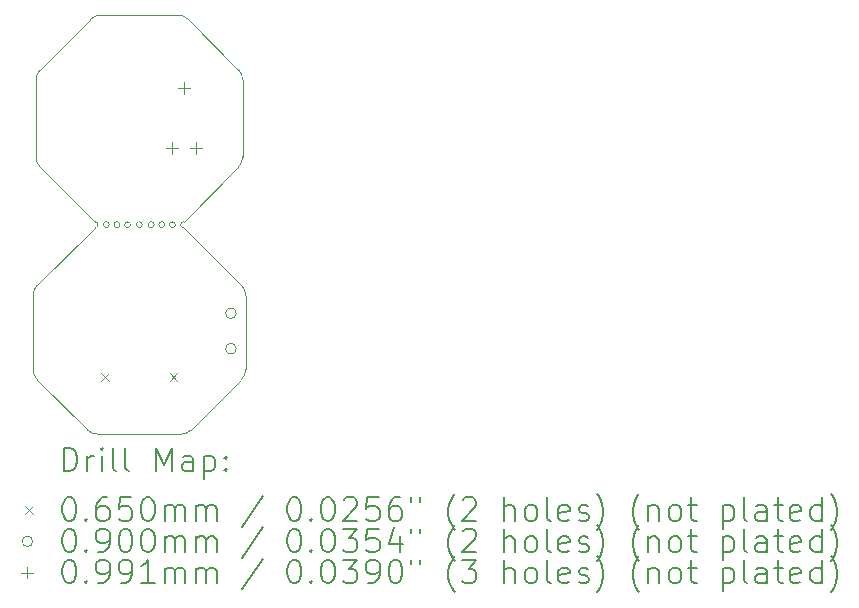
<source format=gbr>
%TF.GenerationSoftware,KiCad,Pcbnew,8.0.9-8.0.9-0~ubuntu20.04.1*%
%TF.CreationDate,2025-06-13T22:30:41+01:00*%
%TF.ProjectId,ch32-breakout,63683332-2d62-4726-9561-6b6f75742e6b,rev?*%
%TF.SameCoordinates,Original*%
%TF.FileFunction,Drillmap*%
%TF.FilePolarity,Positive*%
%FSLAX45Y45*%
G04 Gerber Fmt 4.5, Leading zero omitted, Abs format (unit mm)*
G04 Created by KiCad (PCBNEW 8.0.9-8.0.9-0~ubuntu20.04.1) date 2025-06-13 22:30:41*
%MOMM*%
%LPD*%
G01*
G04 APERTURE LIST*
%ADD10C,0.050000*%
%ADD11C,0.200000*%
%ADD12C,0.100000*%
G04 APERTURE END LIST*
D10*
X9775000Y-6625000D02*
X9775000Y-7275000D01*
X9313388Y-6111612D02*
X9738389Y-6536611D01*
X9800000Y-9075000D02*
X9800000Y-8450000D01*
X9775000Y-7275000D02*
G75*
G02*
X9738389Y-7363388I-125000J0D01*
G01*
X9763389Y-8361611D02*
G75*
G02*
X9800000Y-8450000I-88389J-88389D01*
G01*
X9763389Y-9163388D02*
X9338389Y-9588389D01*
X8825000Y-7850000D02*
G75*
G02*
X8775000Y-7850000I-25000J0D01*
G01*
X8775000Y-7850000D02*
G75*
G02*
X8825000Y-7850000I25000J0D01*
G01*
X8461612Y-9588388D02*
X8036611Y-9163389D01*
X8486612Y-6111611D02*
G75*
G02*
X8575000Y-6075000I88389J-88389D01*
G01*
X8025000Y-6625000D02*
G75*
G02*
X8061612Y-6536612I125000J0D01*
G01*
X8061612Y-6536612D02*
X8486612Y-6111611D01*
X8525000Y-7825000D02*
G75*
G02*
X8525000Y-7875000I0J-25000D01*
G01*
X9275000Y-7875000D02*
G75*
G02*
X9275000Y-7825000I0J25000D01*
G01*
X8025000Y-7275000D02*
X8025000Y-6625000D01*
X8036611Y-9163389D02*
G75*
G02*
X8000000Y-9075000I88389J88389D01*
G01*
X9738389Y-6536611D02*
G75*
G02*
X9775000Y-6625000I-88389J-88389D01*
G01*
X8061611Y-7363388D02*
G75*
G02*
X8025000Y-7275000I88389J88389D01*
G01*
X9205000Y-7850000D02*
G75*
G02*
X9155000Y-7850000I-25000J0D01*
G01*
X9155000Y-7850000D02*
G75*
G02*
X9205000Y-7850000I25000J0D01*
G01*
X8036611Y-8361611D02*
X8525000Y-7875000D01*
X8735000Y-7850000D02*
G75*
G02*
X8685000Y-7850000I-25000J0D01*
G01*
X8685000Y-7850000D02*
G75*
G02*
X8735000Y-7850000I25000J0D01*
G01*
X8550000Y-9625000D02*
X9250000Y-9625000D01*
X9115000Y-7850000D02*
G75*
G02*
X9065000Y-7850000I-25000J0D01*
G01*
X9065000Y-7850000D02*
G75*
G02*
X9115000Y-7850000I25000J0D01*
G01*
X8000000Y-8450000D02*
X8000000Y-9075000D01*
X8000000Y-8450000D02*
G75*
G02*
X8036611Y-8361611I125000J0D01*
G01*
X8575000Y-6075000D02*
X9225000Y-6075000D01*
X9738389Y-7363388D02*
X9275000Y-7825000D01*
X9225000Y-6075000D02*
G75*
G02*
X9313388Y-6111612I0J-125000D01*
G01*
X8525000Y-7825000D02*
X8061611Y-7363388D01*
X9025000Y-7850000D02*
G75*
G02*
X8975000Y-7850000I-25000J0D01*
G01*
X8975000Y-7850000D02*
G75*
G02*
X9025000Y-7850000I25000J0D01*
G01*
X9338389Y-9588389D02*
G75*
G02*
X9250000Y-9625000I-88389J88389D01*
G01*
X9800000Y-9075000D02*
G75*
G02*
X9763389Y-9163388I-125000J0D01*
G01*
X9763389Y-8361611D02*
X9275000Y-7875000D01*
X8925000Y-7850000D02*
G75*
G02*
X8875000Y-7850000I-25000J0D01*
G01*
X8875000Y-7850000D02*
G75*
G02*
X8925000Y-7850000I25000J0D01*
G01*
X8645000Y-7850000D02*
G75*
G02*
X8595000Y-7850000I-25000J0D01*
G01*
X8595000Y-7850000D02*
G75*
G02*
X8645000Y-7850000I25000J0D01*
G01*
X8550000Y-9625000D02*
G75*
G02*
X8461612Y-9588388I0J125000D01*
G01*
D11*
D12*
X8578500Y-9107000D02*
X8643500Y-9172000D01*
X8643500Y-9107000D02*
X8578500Y-9172000D01*
X9156500Y-9107000D02*
X9221500Y-9172000D01*
X9221500Y-9107000D02*
X9156500Y-9172000D01*
X9720000Y-8600000D02*
G75*
G02*
X9630000Y-8600000I-45000J0D01*
G01*
X9630000Y-8600000D02*
G75*
G02*
X9720000Y-8600000I45000J0D01*
G01*
X9720000Y-8900000D02*
G75*
G02*
X9630000Y-8900000I-45000J0D01*
G01*
X9630000Y-8900000D02*
G75*
G02*
X9720000Y-8900000I45000J0D01*
G01*
X9175000Y-7154470D02*
X9175000Y-7253530D01*
X9125470Y-7204000D02*
X9224530Y-7204000D01*
X9276600Y-6646470D02*
X9276600Y-6745530D01*
X9227070Y-6696000D02*
X9326130Y-6696000D01*
X9378200Y-7154470D02*
X9378200Y-7253530D01*
X9328670Y-7204000D02*
X9427730Y-7204000D01*
D11*
X8258277Y-9938984D02*
X8258277Y-9738984D01*
X8258277Y-9738984D02*
X8305896Y-9738984D01*
X8305896Y-9738984D02*
X8334467Y-9748508D01*
X8334467Y-9748508D02*
X8353515Y-9767555D01*
X8353515Y-9767555D02*
X8363038Y-9786603D01*
X8363038Y-9786603D02*
X8372562Y-9824698D01*
X8372562Y-9824698D02*
X8372562Y-9853270D01*
X8372562Y-9853270D02*
X8363038Y-9891365D01*
X8363038Y-9891365D02*
X8353515Y-9910413D01*
X8353515Y-9910413D02*
X8334467Y-9929460D01*
X8334467Y-9929460D02*
X8305896Y-9938984D01*
X8305896Y-9938984D02*
X8258277Y-9938984D01*
X8458277Y-9938984D02*
X8458277Y-9805651D01*
X8458277Y-9843746D02*
X8467800Y-9824698D01*
X8467800Y-9824698D02*
X8477324Y-9815174D01*
X8477324Y-9815174D02*
X8496372Y-9805651D01*
X8496372Y-9805651D02*
X8515420Y-9805651D01*
X8582086Y-9938984D02*
X8582086Y-9805651D01*
X8582086Y-9738984D02*
X8572562Y-9748508D01*
X8572562Y-9748508D02*
X8582086Y-9758032D01*
X8582086Y-9758032D02*
X8591610Y-9748508D01*
X8591610Y-9748508D02*
X8582086Y-9738984D01*
X8582086Y-9738984D02*
X8582086Y-9758032D01*
X8705896Y-9938984D02*
X8686848Y-9929460D01*
X8686848Y-9929460D02*
X8677324Y-9910413D01*
X8677324Y-9910413D02*
X8677324Y-9738984D01*
X8810658Y-9938984D02*
X8791610Y-9929460D01*
X8791610Y-9929460D02*
X8782086Y-9910413D01*
X8782086Y-9910413D02*
X8782086Y-9738984D01*
X9039229Y-9938984D02*
X9039229Y-9738984D01*
X9039229Y-9738984D02*
X9105896Y-9881841D01*
X9105896Y-9881841D02*
X9172562Y-9738984D01*
X9172562Y-9738984D02*
X9172562Y-9938984D01*
X9353515Y-9938984D02*
X9353515Y-9834222D01*
X9353515Y-9834222D02*
X9343991Y-9815174D01*
X9343991Y-9815174D02*
X9324943Y-9805651D01*
X9324943Y-9805651D02*
X9286848Y-9805651D01*
X9286848Y-9805651D02*
X9267800Y-9815174D01*
X9353515Y-9929460D02*
X9334467Y-9938984D01*
X9334467Y-9938984D02*
X9286848Y-9938984D01*
X9286848Y-9938984D02*
X9267800Y-9929460D01*
X9267800Y-9929460D02*
X9258277Y-9910413D01*
X9258277Y-9910413D02*
X9258277Y-9891365D01*
X9258277Y-9891365D02*
X9267800Y-9872317D01*
X9267800Y-9872317D02*
X9286848Y-9862794D01*
X9286848Y-9862794D02*
X9334467Y-9862794D01*
X9334467Y-9862794D02*
X9353515Y-9853270D01*
X9448753Y-9805651D02*
X9448753Y-10005651D01*
X9448753Y-9815174D02*
X9467800Y-9805651D01*
X9467800Y-9805651D02*
X9505896Y-9805651D01*
X9505896Y-9805651D02*
X9524943Y-9815174D01*
X9524943Y-9815174D02*
X9534467Y-9824698D01*
X9534467Y-9824698D02*
X9543991Y-9843746D01*
X9543991Y-9843746D02*
X9543991Y-9900889D01*
X9543991Y-9900889D02*
X9534467Y-9919936D01*
X9534467Y-9919936D02*
X9524943Y-9929460D01*
X9524943Y-9929460D02*
X9505896Y-9938984D01*
X9505896Y-9938984D02*
X9467800Y-9938984D01*
X9467800Y-9938984D02*
X9448753Y-9929460D01*
X9629705Y-9919936D02*
X9639229Y-9929460D01*
X9639229Y-9929460D02*
X9629705Y-9938984D01*
X9629705Y-9938984D02*
X9620181Y-9929460D01*
X9620181Y-9929460D02*
X9629705Y-9919936D01*
X9629705Y-9919936D02*
X9629705Y-9938984D01*
X9629705Y-9815174D02*
X9639229Y-9824698D01*
X9639229Y-9824698D02*
X9629705Y-9834222D01*
X9629705Y-9834222D02*
X9620181Y-9824698D01*
X9620181Y-9824698D02*
X9629705Y-9815174D01*
X9629705Y-9815174D02*
X9629705Y-9834222D01*
D12*
X7932500Y-10235000D02*
X7997500Y-10300000D01*
X7997500Y-10235000D02*
X7932500Y-10300000D01*
D11*
X8296372Y-10158984D02*
X8315419Y-10158984D01*
X8315419Y-10158984D02*
X8334467Y-10168508D01*
X8334467Y-10168508D02*
X8343991Y-10178032D01*
X8343991Y-10178032D02*
X8353515Y-10197079D01*
X8353515Y-10197079D02*
X8363038Y-10235174D01*
X8363038Y-10235174D02*
X8363038Y-10282794D01*
X8363038Y-10282794D02*
X8353515Y-10320889D01*
X8353515Y-10320889D02*
X8343991Y-10339936D01*
X8343991Y-10339936D02*
X8334467Y-10349460D01*
X8334467Y-10349460D02*
X8315419Y-10358984D01*
X8315419Y-10358984D02*
X8296372Y-10358984D01*
X8296372Y-10358984D02*
X8277324Y-10349460D01*
X8277324Y-10349460D02*
X8267800Y-10339936D01*
X8267800Y-10339936D02*
X8258277Y-10320889D01*
X8258277Y-10320889D02*
X8248753Y-10282794D01*
X8248753Y-10282794D02*
X8248753Y-10235174D01*
X8248753Y-10235174D02*
X8258277Y-10197079D01*
X8258277Y-10197079D02*
X8267800Y-10178032D01*
X8267800Y-10178032D02*
X8277324Y-10168508D01*
X8277324Y-10168508D02*
X8296372Y-10158984D01*
X8448753Y-10339936D02*
X8458277Y-10349460D01*
X8458277Y-10349460D02*
X8448753Y-10358984D01*
X8448753Y-10358984D02*
X8439229Y-10349460D01*
X8439229Y-10349460D02*
X8448753Y-10339936D01*
X8448753Y-10339936D02*
X8448753Y-10358984D01*
X8629705Y-10158984D02*
X8591610Y-10158984D01*
X8591610Y-10158984D02*
X8572562Y-10168508D01*
X8572562Y-10168508D02*
X8563039Y-10178032D01*
X8563039Y-10178032D02*
X8543991Y-10206603D01*
X8543991Y-10206603D02*
X8534467Y-10244698D01*
X8534467Y-10244698D02*
X8534467Y-10320889D01*
X8534467Y-10320889D02*
X8543991Y-10339936D01*
X8543991Y-10339936D02*
X8553515Y-10349460D01*
X8553515Y-10349460D02*
X8572562Y-10358984D01*
X8572562Y-10358984D02*
X8610658Y-10358984D01*
X8610658Y-10358984D02*
X8629705Y-10349460D01*
X8629705Y-10349460D02*
X8639229Y-10339936D01*
X8639229Y-10339936D02*
X8648753Y-10320889D01*
X8648753Y-10320889D02*
X8648753Y-10273270D01*
X8648753Y-10273270D02*
X8639229Y-10254222D01*
X8639229Y-10254222D02*
X8629705Y-10244698D01*
X8629705Y-10244698D02*
X8610658Y-10235174D01*
X8610658Y-10235174D02*
X8572562Y-10235174D01*
X8572562Y-10235174D02*
X8553515Y-10244698D01*
X8553515Y-10244698D02*
X8543991Y-10254222D01*
X8543991Y-10254222D02*
X8534467Y-10273270D01*
X8829705Y-10158984D02*
X8734467Y-10158984D01*
X8734467Y-10158984D02*
X8724943Y-10254222D01*
X8724943Y-10254222D02*
X8734467Y-10244698D01*
X8734467Y-10244698D02*
X8753515Y-10235174D01*
X8753515Y-10235174D02*
X8801134Y-10235174D01*
X8801134Y-10235174D02*
X8820181Y-10244698D01*
X8820181Y-10244698D02*
X8829705Y-10254222D01*
X8829705Y-10254222D02*
X8839229Y-10273270D01*
X8839229Y-10273270D02*
X8839229Y-10320889D01*
X8839229Y-10320889D02*
X8829705Y-10339936D01*
X8829705Y-10339936D02*
X8820181Y-10349460D01*
X8820181Y-10349460D02*
X8801134Y-10358984D01*
X8801134Y-10358984D02*
X8753515Y-10358984D01*
X8753515Y-10358984D02*
X8734467Y-10349460D01*
X8734467Y-10349460D02*
X8724943Y-10339936D01*
X8963039Y-10158984D02*
X8982086Y-10158984D01*
X8982086Y-10158984D02*
X9001134Y-10168508D01*
X9001134Y-10168508D02*
X9010658Y-10178032D01*
X9010658Y-10178032D02*
X9020181Y-10197079D01*
X9020181Y-10197079D02*
X9029705Y-10235174D01*
X9029705Y-10235174D02*
X9029705Y-10282794D01*
X9029705Y-10282794D02*
X9020181Y-10320889D01*
X9020181Y-10320889D02*
X9010658Y-10339936D01*
X9010658Y-10339936D02*
X9001134Y-10349460D01*
X9001134Y-10349460D02*
X8982086Y-10358984D01*
X8982086Y-10358984D02*
X8963039Y-10358984D01*
X8963039Y-10358984D02*
X8943991Y-10349460D01*
X8943991Y-10349460D02*
X8934467Y-10339936D01*
X8934467Y-10339936D02*
X8924943Y-10320889D01*
X8924943Y-10320889D02*
X8915420Y-10282794D01*
X8915420Y-10282794D02*
X8915420Y-10235174D01*
X8915420Y-10235174D02*
X8924943Y-10197079D01*
X8924943Y-10197079D02*
X8934467Y-10178032D01*
X8934467Y-10178032D02*
X8943991Y-10168508D01*
X8943991Y-10168508D02*
X8963039Y-10158984D01*
X9115420Y-10358984D02*
X9115420Y-10225651D01*
X9115420Y-10244698D02*
X9124943Y-10235174D01*
X9124943Y-10235174D02*
X9143991Y-10225651D01*
X9143991Y-10225651D02*
X9172562Y-10225651D01*
X9172562Y-10225651D02*
X9191610Y-10235174D01*
X9191610Y-10235174D02*
X9201134Y-10254222D01*
X9201134Y-10254222D02*
X9201134Y-10358984D01*
X9201134Y-10254222D02*
X9210658Y-10235174D01*
X9210658Y-10235174D02*
X9229705Y-10225651D01*
X9229705Y-10225651D02*
X9258277Y-10225651D01*
X9258277Y-10225651D02*
X9277324Y-10235174D01*
X9277324Y-10235174D02*
X9286848Y-10254222D01*
X9286848Y-10254222D02*
X9286848Y-10358984D01*
X9382086Y-10358984D02*
X9382086Y-10225651D01*
X9382086Y-10244698D02*
X9391610Y-10235174D01*
X9391610Y-10235174D02*
X9410658Y-10225651D01*
X9410658Y-10225651D02*
X9439229Y-10225651D01*
X9439229Y-10225651D02*
X9458277Y-10235174D01*
X9458277Y-10235174D02*
X9467801Y-10254222D01*
X9467801Y-10254222D02*
X9467801Y-10358984D01*
X9467801Y-10254222D02*
X9477324Y-10235174D01*
X9477324Y-10235174D02*
X9496372Y-10225651D01*
X9496372Y-10225651D02*
X9524943Y-10225651D01*
X9524943Y-10225651D02*
X9543991Y-10235174D01*
X9543991Y-10235174D02*
X9553515Y-10254222D01*
X9553515Y-10254222D02*
X9553515Y-10358984D01*
X9943991Y-10149460D02*
X9772563Y-10406603D01*
X10201134Y-10158984D02*
X10220182Y-10158984D01*
X10220182Y-10158984D02*
X10239229Y-10168508D01*
X10239229Y-10168508D02*
X10248753Y-10178032D01*
X10248753Y-10178032D02*
X10258277Y-10197079D01*
X10258277Y-10197079D02*
X10267801Y-10235174D01*
X10267801Y-10235174D02*
X10267801Y-10282794D01*
X10267801Y-10282794D02*
X10258277Y-10320889D01*
X10258277Y-10320889D02*
X10248753Y-10339936D01*
X10248753Y-10339936D02*
X10239229Y-10349460D01*
X10239229Y-10349460D02*
X10220182Y-10358984D01*
X10220182Y-10358984D02*
X10201134Y-10358984D01*
X10201134Y-10358984D02*
X10182086Y-10349460D01*
X10182086Y-10349460D02*
X10172563Y-10339936D01*
X10172563Y-10339936D02*
X10163039Y-10320889D01*
X10163039Y-10320889D02*
X10153515Y-10282794D01*
X10153515Y-10282794D02*
X10153515Y-10235174D01*
X10153515Y-10235174D02*
X10163039Y-10197079D01*
X10163039Y-10197079D02*
X10172563Y-10178032D01*
X10172563Y-10178032D02*
X10182086Y-10168508D01*
X10182086Y-10168508D02*
X10201134Y-10158984D01*
X10353515Y-10339936D02*
X10363039Y-10349460D01*
X10363039Y-10349460D02*
X10353515Y-10358984D01*
X10353515Y-10358984D02*
X10343991Y-10349460D01*
X10343991Y-10349460D02*
X10353515Y-10339936D01*
X10353515Y-10339936D02*
X10353515Y-10358984D01*
X10486848Y-10158984D02*
X10505896Y-10158984D01*
X10505896Y-10158984D02*
X10524944Y-10168508D01*
X10524944Y-10168508D02*
X10534467Y-10178032D01*
X10534467Y-10178032D02*
X10543991Y-10197079D01*
X10543991Y-10197079D02*
X10553515Y-10235174D01*
X10553515Y-10235174D02*
X10553515Y-10282794D01*
X10553515Y-10282794D02*
X10543991Y-10320889D01*
X10543991Y-10320889D02*
X10534467Y-10339936D01*
X10534467Y-10339936D02*
X10524944Y-10349460D01*
X10524944Y-10349460D02*
X10505896Y-10358984D01*
X10505896Y-10358984D02*
X10486848Y-10358984D01*
X10486848Y-10358984D02*
X10467801Y-10349460D01*
X10467801Y-10349460D02*
X10458277Y-10339936D01*
X10458277Y-10339936D02*
X10448753Y-10320889D01*
X10448753Y-10320889D02*
X10439229Y-10282794D01*
X10439229Y-10282794D02*
X10439229Y-10235174D01*
X10439229Y-10235174D02*
X10448753Y-10197079D01*
X10448753Y-10197079D02*
X10458277Y-10178032D01*
X10458277Y-10178032D02*
X10467801Y-10168508D01*
X10467801Y-10168508D02*
X10486848Y-10158984D01*
X10629705Y-10178032D02*
X10639229Y-10168508D01*
X10639229Y-10168508D02*
X10658277Y-10158984D01*
X10658277Y-10158984D02*
X10705896Y-10158984D01*
X10705896Y-10158984D02*
X10724944Y-10168508D01*
X10724944Y-10168508D02*
X10734467Y-10178032D01*
X10734467Y-10178032D02*
X10743991Y-10197079D01*
X10743991Y-10197079D02*
X10743991Y-10216127D01*
X10743991Y-10216127D02*
X10734467Y-10244698D01*
X10734467Y-10244698D02*
X10620182Y-10358984D01*
X10620182Y-10358984D02*
X10743991Y-10358984D01*
X10924944Y-10158984D02*
X10829705Y-10158984D01*
X10829705Y-10158984D02*
X10820182Y-10254222D01*
X10820182Y-10254222D02*
X10829705Y-10244698D01*
X10829705Y-10244698D02*
X10848753Y-10235174D01*
X10848753Y-10235174D02*
X10896372Y-10235174D01*
X10896372Y-10235174D02*
X10915420Y-10244698D01*
X10915420Y-10244698D02*
X10924944Y-10254222D01*
X10924944Y-10254222D02*
X10934467Y-10273270D01*
X10934467Y-10273270D02*
X10934467Y-10320889D01*
X10934467Y-10320889D02*
X10924944Y-10339936D01*
X10924944Y-10339936D02*
X10915420Y-10349460D01*
X10915420Y-10349460D02*
X10896372Y-10358984D01*
X10896372Y-10358984D02*
X10848753Y-10358984D01*
X10848753Y-10358984D02*
X10829705Y-10349460D01*
X10829705Y-10349460D02*
X10820182Y-10339936D01*
X11105896Y-10158984D02*
X11067801Y-10158984D01*
X11067801Y-10158984D02*
X11048753Y-10168508D01*
X11048753Y-10168508D02*
X11039229Y-10178032D01*
X11039229Y-10178032D02*
X11020182Y-10206603D01*
X11020182Y-10206603D02*
X11010658Y-10244698D01*
X11010658Y-10244698D02*
X11010658Y-10320889D01*
X11010658Y-10320889D02*
X11020182Y-10339936D01*
X11020182Y-10339936D02*
X11029705Y-10349460D01*
X11029705Y-10349460D02*
X11048753Y-10358984D01*
X11048753Y-10358984D02*
X11086848Y-10358984D01*
X11086848Y-10358984D02*
X11105896Y-10349460D01*
X11105896Y-10349460D02*
X11115420Y-10339936D01*
X11115420Y-10339936D02*
X11124944Y-10320889D01*
X11124944Y-10320889D02*
X11124944Y-10273270D01*
X11124944Y-10273270D02*
X11115420Y-10254222D01*
X11115420Y-10254222D02*
X11105896Y-10244698D01*
X11105896Y-10244698D02*
X11086848Y-10235174D01*
X11086848Y-10235174D02*
X11048753Y-10235174D01*
X11048753Y-10235174D02*
X11029705Y-10244698D01*
X11029705Y-10244698D02*
X11020182Y-10254222D01*
X11020182Y-10254222D02*
X11010658Y-10273270D01*
X11201134Y-10158984D02*
X11201134Y-10197079D01*
X11277324Y-10158984D02*
X11277324Y-10197079D01*
X11572563Y-10435174D02*
X11563039Y-10425651D01*
X11563039Y-10425651D02*
X11543991Y-10397079D01*
X11543991Y-10397079D02*
X11534467Y-10378032D01*
X11534467Y-10378032D02*
X11524944Y-10349460D01*
X11524944Y-10349460D02*
X11515420Y-10301841D01*
X11515420Y-10301841D02*
X11515420Y-10263746D01*
X11515420Y-10263746D02*
X11524944Y-10216127D01*
X11524944Y-10216127D02*
X11534467Y-10187555D01*
X11534467Y-10187555D02*
X11543991Y-10168508D01*
X11543991Y-10168508D02*
X11563039Y-10139936D01*
X11563039Y-10139936D02*
X11572563Y-10130413D01*
X11639229Y-10178032D02*
X11648753Y-10168508D01*
X11648753Y-10168508D02*
X11667801Y-10158984D01*
X11667801Y-10158984D02*
X11715420Y-10158984D01*
X11715420Y-10158984D02*
X11734467Y-10168508D01*
X11734467Y-10168508D02*
X11743991Y-10178032D01*
X11743991Y-10178032D02*
X11753515Y-10197079D01*
X11753515Y-10197079D02*
X11753515Y-10216127D01*
X11753515Y-10216127D02*
X11743991Y-10244698D01*
X11743991Y-10244698D02*
X11629705Y-10358984D01*
X11629705Y-10358984D02*
X11753515Y-10358984D01*
X11991610Y-10358984D02*
X11991610Y-10158984D01*
X12077325Y-10358984D02*
X12077325Y-10254222D01*
X12077325Y-10254222D02*
X12067801Y-10235174D01*
X12067801Y-10235174D02*
X12048753Y-10225651D01*
X12048753Y-10225651D02*
X12020182Y-10225651D01*
X12020182Y-10225651D02*
X12001134Y-10235174D01*
X12001134Y-10235174D02*
X11991610Y-10244698D01*
X12201134Y-10358984D02*
X12182086Y-10349460D01*
X12182086Y-10349460D02*
X12172563Y-10339936D01*
X12172563Y-10339936D02*
X12163039Y-10320889D01*
X12163039Y-10320889D02*
X12163039Y-10263746D01*
X12163039Y-10263746D02*
X12172563Y-10244698D01*
X12172563Y-10244698D02*
X12182086Y-10235174D01*
X12182086Y-10235174D02*
X12201134Y-10225651D01*
X12201134Y-10225651D02*
X12229706Y-10225651D01*
X12229706Y-10225651D02*
X12248753Y-10235174D01*
X12248753Y-10235174D02*
X12258277Y-10244698D01*
X12258277Y-10244698D02*
X12267801Y-10263746D01*
X12267801Y-10263746D02*
X12267801Y-10320889D01*
X12267801Y-10320889D02*
X12258277Y-10339936D01*
X12258277Y-10339936D02*
X12248753Y-10349460D01*
X12248753Y-10349460D02*
X12229706Y-10358984D01*
X12229706Y-10358984D02*
X12201134Y-10358984D01*
X12382086Y-10358984D02*
X12363039Y-10349460D01*
X12363039Y-10349460D02*
X12353515Y-10330413D01*
X12353515Y-10330413D02*
X12353515Y-10158984D01*
X12534467Y-10349460D02*
X12515420Y-10358984D01*
X12515420Y-10358984D02*
X12477325Y-10358984D01*
X12477325Y-10358984D02*
X12458277Y-10349460D01*
X12458277Y-10349460D02*
X12448753Y-10330413D01*
X12448753Y-10330413D02*
X12448753Y-10254222D01*
X12448753Y-10254222D02*
X12458277Y-10235174D01*
X12458277Y-10235174D02*
X12477325Y-10225651D01*
X12477325Y-10225651D02*
X12515420Y-10225651D01*
X12515420Y-10225651D02*
X12534467Y-10235174D01*
X12534467Y-10235174D02*
X12543991Y-10254222D01*
X12543991Y-10254222D02*
X12543991Y-10273270D01*
X12543991Y-10273270D02*
X12448753Y-10292317D01*
X12620182Y-10349460D02*
X12639229Y-10358984D01*
X12639229Y-10358984D02*
X12677325Y-10358984D01*
X12677325Y-10358984D02*
X12696372Y-10349460D01*
X12696372Y-10349460D02*
X12705896Y-10330413D01*
X12705896Y-10330413D02*
X12705896Y-10320889D01*
X12705896Y-10320889D02*
X12696372Y-10301841D01*
X12696372Y-10301841D02*
X12677325Y-10292317D01*
X12677325Y-10292317D02*
X12648753Y-10292317D01*
X12648753Y-10292317D02*
X12629706Y-10282794D01*
X12629706Y-10282794D02*
X12620182Y-10263746D01*
X12620182Y-10263746D02*
X12620182Y-10254222D01*
X12620182Y-10254222D02*
X12629706Y-10235174D01*
X12629706Y-10235174D02*
X12648753Y-10225651D01*
X12648753Y-10225651D02*
X12677325Y-10225651D01*
X12677325Y-10225651D02*
X12696372Y-10235174D01*
X12772563Y-10435174D02*
X12782087Y-10425651D01*
X12782087Y-10425651D02*
X12801134Y-10397079D01*
X12801134Y-10397079D02*
X12810658Y-10378032D01*
X12810658Y-10378032D02*
X12820182Y-10349460D01*
X12820182Y-10349460D02*
X12829706Y-10301841D01*
X12829706Y-10301841D02*
X12829706Y-10263746D01*
X12829706Y-10263746D02*
X12820182Y-10216127D01*
X12820182Y-10216127D02*
X12810658Y-10187555D01*
X12810658Y-10187555D02*
X12801134Y-10168508D01*
X12801134Y-10168508D02*
X12782087Y-10139936D01*
X12782087Y-10139936D02*
X12772563Y-10130413D01*
X13134468Y-10435174D02*
X13124944Y-10425651D01*
X13124944Y-10425651D02*
X13105896Y-10397079D01*
X13105896Y-10397079D02*
X13096372Y-10378032D01*
X13096372Y-10378032D02*
X13086848Y-10349460D01*
X13086848Y-10349460D02*
X13077325Y-10301841D01*
X13077325Y-10301841D02*
X13077325Y-10263746D01*
X13077325Y-10263746D02*
X13086848Y-10216127D01*
X13086848Y-10216127D02*
X13096372Y-10187555D01*
X13096372Y-10187555D02*
X13105896Y-10168508D01*
X13105896Y-10168508D02*
X13124944Y-10139936D01*
X13124944Y-10139936D02*
X13134468Y-10130413D01*
X13210658Y-10225651D02*
X13210658Y-10358984D01*
X13210658Y-10244698D02*
X13220182Y-10235174D01*
X13220182Y-10235174D02*
X13239229Y-10225651D01*
X13239229Y-10225651D02*
X13267801Y-10225651D01*
X13267801Y-10225651D02*
X13286848Y-10235174D01*
X13286848Y-10235174D02*
X13296372Y-10254222D01*
X13296372Y-10254222D02*
X13296372Y-10358984D01*
X13420182Y-10358984D02*
X13401134Y-10349460D01*
X13401134Y-10349460D02*
X13391610Y-10339936D01*
X13391610Y-10339936D02*
X13382087Y-10320889D01*
X13382087Y-10320889D02*
X13382087Y-10263746D01*
X13382087Y-10263746D02*
X13391610Y-10244698D01*
X13391610Y-10244698D02*
X13401134Y-10235174D01*
X13401134Y-10235174D02*
X13420182Y-10225651D01*
X13420182Y-10225651D02*
X13448753Y-10225651D01*
X13448753Y-10225651D02*
X13467801Y-10235174D01*
X13467801Y-10235174D02*
X13477325Y-10244698D01*
X13477325Y-10244698D02*
X13486848Y-10263746D01*
X13486848Y-10263746D02*
X13486848Y-10320889D01*
X13486848Y-10320889D02*
X13477325Y-10339936D01*
X13477325Y-10339936D02*
X13467801Y-10349460D01*
X13467801Y-10349460D02*
X13448753Y-10358984D01*
X13448753Y-10358984D02*
X13420182Y-10358984D01*
X13543991Y-10225651D02*
X13620182Y-10225651D01*
X13572563Y-10158984D02*
X13572563Y-10330413D01*
X13572563Y-10330413D02*
X13582087Y-10349460D01*
X13582087Y-10349460D02*
X13601134Y-10358984D01*
X13601134Y-10358984D02*
X13620182Y-10358984D01*
X13839229Y-10225651D02*
X13839229Y-10425651D01*
X13839229Y-10235174D02*
X13858277Y-10225651D01*
X13858277Y-10225651D02*
X13896372Y-10225651D01*
X13896372Y-10225651D02*
X13915420Y-10235174D01*
X13915420Y-10235174D02*
X13924944Y-10244698D01*
X13924944Y-10244698D02*
X13934468Y-10263746D01*
X13934468Y-10263746D02*
X13934468Y-10320889D01*
X13934468Y-10320889D02*
X13924944Y-10339936D01*
X13924944Y-10339936D02*
X13915420Y-10349460D01*
X13915420Y-10349460D02*
X13896372Y-10358984D01*
X13896372Y-10358984D02*
X13858277Y-10358984D01*
X13858277Y-10358984D02*
X13839229Y-10349460D01*
X14048753Y-10358984D02*
X14029706Y-10349460D01*
X14029706Y-10349460D02*
X14020182Y-10330413D01*
X14020182Y-10330413D02*
X14020182Y-10158984D01*
X14210658Y-10358984D02*
X14210658Y-10254222D01*
X14210658Y-10254222D02*
X14201134Y-10235174D01*
X14201134Y-10235174D02*
X14182087Y-10225651D01*
X14182087Y-10225651D02*
X14143991Y-10225651D01*
X14143991Y-10225651D02*
X14124944Y-10235174D01*
X14210658Y-10349460D02*
X14191610Y-10358984D01*
X14191610Y-10358984D02*
X14143991Y-10358984D01*
X14143991Y-10358984D02*
X14124944Y-10349460D01*
X14124944Y-10349460D02*
X14115420Y-10330413D01*
X14115420Y-10330413D02*
X14115420Y-10311365D01*
X14115420Y-10311365D02*
X14124944Y-10292317D01*
X14124944Y-10292317D02*
X14143991Y-10282794D01*
X14143991Y-10282794D02*
X14191610Y-10282794D01*
X14191610Y-10282794D02*
X14210658Y-10273270D01*
X14277325Y-10225651D02*
X14353515Y-10225651D01*
X14305896Y-10158984D02*
X14305896Y-10330413D01*
X14305896Y-10330413D02*
X14315420Y-10349460D01*
X14315420Y-10349460D02*
X14334468Y-10358984D01*
X14334468Y-10358984D02*
X14353515Y-10358984D01*
X14496372Y-10349460D02*
X14477325Y-10358984D01*
X14477325Y-10358984D02*
X14439229Y-10358984D01*
X14439229Y-10358984D02*
X14420182Y-10349460D01*
X14420182Y-10349460D02*
X14410658Y-10330413D01*
X14410658Y-10330413D02*
X14410658Y-10254222D01*
X14410658Y-10254222D02*
X14420182Y-10235174D01*
X14420182Y-10235174D02*
X14439229Y-10225651D01*
X14439229Y-10225651D02*
X14477325Y-10225651D01*
X14477325Y-10225651D02*
X14496372Y-10235174D01*
X14496372Y-10235174D02*
X14505896Y-10254222D01*
X14505896Y-10254222D02*
X14505896Y-10273270D01*
X14505896Y-10273270D02*
X14410658Y-10292317D01*
X14677325Y-10358984D02*
X14677325Y-10158984D01*
X14677325Y-10349460D02*
X14658277Y-10358984D01*
X14658277Y-10358984D02*
X14620182Y-10358984D01*
X14620182Y-10358984D02*
X14601134Y-10349460D01*
X14601134Y-10349460D02*
X14591610Y-10339936D01*
X14591610Y-10339936D02*
X14582087Y-10320889D01*
X14582087Y-10320889D02*
X14582087Y-10263746D01*
X14582087Y-10263746D02*
X14591610Y-10244698D01*
X14591610Y-10244698D02*
X14601134Y-10235174D01*
X14601134Y-10235174D02*
X14620182Y-10225651D01*
X14620182Y-10225651D02*
X14658277Y-10225651D01*
X14658277Y-10225651D02*
X14677325Y-10235174D01*
X14753515Y-10435174D02*
X14763039Y-10425651D01*
X14763039Y-10425651D02*
X14782087Y-10397079D01*
X14782087Y-10397079D02*
X14791610Y-10378032D01*
X14791610Y-10378032D02*
X14801134Y-10349460D01*
X14801134Y-10349460D02*
X14810658Y-10301841D01*
X14810658Y-10301841D02*
X14810658Y-10263746D01*
X14810658Y-10263746D02*
X14801134Y-10216127D01*
X14801134Y-10216127D02*
X14791610Y-10187555D01*
X14791610Y-10187555D02*
X14782087Y-10168508D01*
X14782087Y-10168508D02*
X14763039Y-10139936D01*
X14763039Y-10139936D02*
X14753515Y-10130413D01*
D12*
X7997500Y-10531500D02*
G75*
G02*
X7907500Y-10531500I-45000J0D01*
G01*
X7907500Y-10531500D02*
G75*
G02*
X7997500Y-10531500I45000J0D01*
G01*
D11*
X8296372Y-10422984D02*
X8315419Y-10422984D01*
X8315419Y-10422984D02*
X8334467Y-10432508D01*
X8334467Y-10432508D02*
X8343991Y-10442032D01*
X8343991Y-10442032D02*
X8353515Y-10461079D01*
X8353515Y-10461079D02*
X8363038Y-10499174D01*
X8363038Y-10499174D02*
X8363038Y-10546794D01*
X8363038Y-10546794D02*
X8353515Y-10584889D01*
X8353515Y-10584889D02*
X8343991Y-10603936D01*
X8343991Y-10603936D02*
X8334467Y-10613460D01*
X8334467Y-10613460D02*
X8315419Y-10622984D01*
X8315419Y-10622984D02*
X8296372Y-10622984D01*
X8296372Y-10622984D02*
X8277324Y-10613460D01*
X8277324Y-10613460D02*
X8267800Y-10603936D01*
X8267800Y-10603936D02*
X8258277Y-10584889D01*
X8258277Y-10584889D02*
X8248753Y-10546794D01*
X8248753Y-10546794D02*
X8248753Y-10499174D01*
X8248753Y-10499174D02*
X8258277Y-10461079D01*
X8258277Y-10461079D02*
X8267800Y-10442032D01*
X8267800Y-10442032D02*
X8277324Y-10432508D01*
X8277324Y-10432508D02*
X8296372Y-10422984D01*
X8448753Y-10603936D02*
X8458277Y-10613460D01*
X8458277Y-10613460D02*
X8448753Y-10622984D01*
X8448753Y-10622984D02*
X8439229Y-10613460D01*
X8439229Y-10613460D02*
X8448753Y-10603936D01*
X8448753Y-10603936D02*
X8448753Y-10622984D01*
X8553515Y-10622984D02*
X8591610Y-10622984D01*
X8591610Y-10622984D02*
X8610658Y-10613460D01*
X8610658Y-10613460D02*
X8620181Y-10603936D01*
X8620181Y-10603936D02*
X8639229Y-10575365D01*
X8639229Y-10575365D02*
X8648753Y-10537270D01*
X8648753Y-10537270D02*
X8648753Y-10461079D01*
X8648753Y-10461079D02*
X8639229Y-10442032D01*
X8639229Y-10442032D02*
X8629705Y-10432508D01*
X8629705Y-10432508D02*
X8610658Y-10422984D01*
X8610658Y-10422984D02*
X8572562Y-10422984D01*
X8572562Y-10422984D02*
X8553515Y-10432508D01*
X8553515Y-10432508D02*
X8543991Y-10442032D01*
X8543991Y-10442032D02*
X8534467Y-10461079D01*
X8534467Y-10461079D02*
X8534467Y-10508698D01*
X8534467Y-10508698D02*
X8543991Y-10527746D01*
X8543991Y-10527746D02*
X8553515Y-10537270D01*
X8553515Y-10537270D02*
X8572562Y-10546794D01*
X8572562Y-10546794D02*
X8610658Y-10546794D01*
X8610658Y-10546794D02*
X8629705Y-10537270D01*
X8629705Y-10537270D02*
X8639229Y-10527746D01*
X8639229Y-10527746D02*
X8648753Y-10508698D01*
X8772562Y-10422984D02*
X8791610Y-10422984D01*
X8791610Y-10422984D02*
X8810658Y-10432508D01*
X8810658Y-10432508D02*
X8820181Y-10442032D01*
X8820181Y-10442032D02*
X8829705Y-10461079D01*
X8829705Y-10461079D02*
X8839229Y-10499174D01*
X8839229Y-10499174D02*
X8839229Y-10546794D01*
X8839229Y-10546794D02*
X8829705Y-10584889D01*
X8829705Y-10584889D02*
X8820181Y-10603936D01*
X8820181Y-10603936D02*
X8810658Y-10613460D01*
X8810658Y-10613460D02*
X8791610Y-10622984D01*
X8791610Y-10622984D02*
X8772562Y-10622984D01*
X8772562Y-10622984D02*
X8753515Y-10613460D01*
X8753515Y-10613460D02*
X8743991Y-10603936D01*
X8743991Y-10603936D02*
X8734467Y-10584889D01*
X8734467Y-10584889D02*
X8724943Y-10546794D01*
X8724943Y-10546794D02*
X8724943Y-10499174D01*
X8724943Y-10499174D02*
X8734467Y-10461079D01*
X8734467Y-10461079D02*
X8743991Y-10442032D01*
X8743991Y-10442032D02*
X8753515Y-10432508D01*
X8753515Y-10432508D02*
X8772562Y-10422984D01*
X8963039Y-10422984D02*
X8982086Y-10422984D01*
X8982086Y-10422984D02*
X9001134Y-10432508D01*
X9001134Y-10432508D02*
X9010658Y-10442032D01*
X9010658Y-10442032D02*
X9020181Y-10461079D01*
X9020181Y-10461079D02*
X9029705Y-10499174D01*
X9029705Y-10499174D02*
X9029705Y-10546794D01*
X9029705Y-10546794D02*
X9020181Y-10584889D01*
X9020181Y-10584889D02*
X9010658Y-10603936D01*
X9010658Y-10603936D02*
X9001134Y-10613460D01*
X9001134Y-10613460D02*
X8982086Y-10622984D01*
X8982086Y-10622984D02*
X8963039Y-10622984D01*
X8963039Y-10622984D02*
X8943991Y-10613460D01*
X8943991Y-10613460D02*
X8934467Y-10603936D01*
X8934467Y-10603936D02*
X8924943Y-10584889D01*
X8924943Y-10584889D02*
X8915420Y-10546794D01*
X8915420Y-10546794D02*
X8915420Y-10499174D01*
X8915420Y-10499174D02*
X8924943Y-10461079D01*
X8924943Y-10461079D02*
X8934467Y-10442032D01*
X8934467Y-10442032D02*
X8943991Y-10432508D01*
X8943991Y-10432508D02*
X8963039Y-10422984D01*
X9115420Y-10622984D02*
X9115420Y-10489651D01*
X9115420Y-10508698D02*
X9124943Y-10499174D01*
X9124943Y-10499174D02*
X9143991Y-10489651D01*
X9143991Y-10489651D02*
X9172562Y-10489651D01*
X9172562Y-10489651D02*
X9191610Y-10499174D01*
X9191610Y-10499174D02*
X9201134Y-10518222D01*
X9201134Y-10518222D02*
X9201134Y-10622984D01*
X9201134Y-10518222D02*
X9210658Y-10499174D01*
X9210658Y-10499174D02*
X9229705Y-10489651D01*
X9229705Y-10489651D02*
X9258277Y-10489651D01*
X9258277Y-10489651D02*
X9277324Y-10499174D01*
X9277324Y-10499174D02*
X9286848Y-10518222D01*
X9286848Y-10518222D02*
X9286848Y-10622984D01*
X9382086Y-10622984D02*
X9382086Y-10489651D01*
X9382086Y-10508698D02*
X9391610Y-10499174D01*
X9391610Y-10499174D02*
X9410658Y-10489651D01*
X9410658Y-10489651D02*
X9439229Y-10489651D01*
X9439229Y-10489651D02*
X9458277Y-10499174D01*
X9458277Y-10499174D02*
X9467801Y-10518222D01*
X9467801Y-10518222D02*
X9467801Y-10622984D01*
X9467801Y-10518222D02*
X9477324Y-10499174D01*
X9477324Y-10499174D02*
X9496372Y-10489651D01*
X9496372Y-10489651D02*
X9524943Y-10489651D01*
X9524943Y-10489651D02*
X9543991Y-10499174D01*
X9543991Y-10499174D02*
X9553515Y-10518222D01*
X9553515Y-10518222D02*
X9553515Y-10622984D01*
X9943991Y-10413460D02*
X9772563Y-10670603D01*
X10201134Y-10422984D02*
X10220182Y-10422984D01*
X10220182Y-10422984D02*
X10239229Y-10432508D01*
X10239229Y-10432508D02*
X10248753Y-10442032D01*
X10248753Y-10442032D02*
X10258277Y-10461079D01*
X10258277Y-10461079D02*
X10267801Y-10499174D01*
X10267801Y-10499174D02*
X10267801Y-10546794D01*
X10267801Y-10546794D02*
X10258277Y-10584889D01*
X10258277Y-10584889D02*
X10248753Y-10603936D01*
X10248753Y-10603936D02*
X10239229Y-10613460D01*
X10239229Y-10613460D02*
X10220182Y-10622984D01*
X10220182Y-10622984D02*
X10201134Y-10622984D01*
X10201134Y-10622984D02*
X10182086Y-10613460D01*
X10182086Y-10613460D02*
X10172563Y-10603936D01*
X10172563Y-10603936D02*
X10163039Y-10584889D01*
X10163039Y-10584889D02*
X10153515Y-10546794D01*
X10153515Y-10546794D02*
X10153515Y-10499174D01*
X10153515Y-10499174D02*
X10163039Y-10461079D01*
X10163039Y-10461079D02*
X10172563Y-10442032D01*
X10172563Y-10442032D02*
X10182086Y-10432508D01*
X10182086Y-10432508D02*
X10201134Y-10422984D01*
X10353515Y-10603936D02*
X10363039Y-10613460D01*
X10363039Y-10613460D02*
X10353515Y-10622984D01*
X10353515Y-10622984D02*
X10343991Y-10613460D01*
X10343991Y-10613460D02*
X10353515Y-10603936D01*
X10353515Y-10603936D02*
X10353515Y-10622984D01*
X10486848Y-10422984D02*
X10505896Y-10422984D01*
X10505896Y-10422984D02*
X10524944Y-10432508D01*
X10524944Y-10432508D02*
X10534467Y-10442032D01*
X10534467Y-10442032D02*
X10543991Y-10461079D01*
X10543991Y-10461079D02*
X10553515Y-10499174D01*
X10553515Y-10499174D02*
X10553515Y-10546794D01*
X10553515Y-10546794D02*
X10543991Y-10584889D01*
X10543991Y-10584889D02*
X10534467Y-10603936D01*
X10534467Y-10603936D02*
X10524944Y-10613460D01*
X10524944Y-10613460D02*
X10505896Y-10622984D01*
X10505896Y-10622984D02*
X10486848Y-10622984D01*
X10486848Y-10622984D02*
X10467801Y-10613460D01*
X10467801Y-10613460D02*
X10458277Y-10603936D01*
X10458277Y-10603936D02*
X10448753Y-10584889D01*
X10448753Y-10584889D02*
X10439229Y-10546794D01*
X10439229Y-10546794D02*
X10439229Y-10499174D01*
X10439229Y-10499174D02*
X10448753Y-10461079D01*
X10448753Y-10461079D02*
X10458277Y-10442032D01*
X10458277Y-10442032D02*
X10467801Y-10432508D01*
X10467801Y-10432508D02*
X10486848Y-10422984D01*
X10620182Y-10422984D02*
X10743991Y-10422984D01*
X10743991Y-10422984D02*
X10677324Y-10499174D01*
X10677324Y-10499174D02*
X10705896Y-10499174D01*
X10705896Y-10499174D02*
X10724944Y-10508698D01*
X10724944Y-10508698D02*
X10734467Y-10518222D01*
X10734467Y-10518222D02*
X10743991Y-10537270D01*
X10743991Y-10537270D02*
X10743991Y-10584889D01*
X10743991Y-10584889D02*
X10734467Y-10603936D01*
X10734467Y-10603936D02*
X10724944Y-10613460D01*
X10724944Y-10613460D02*
X10705896Y-10622984D01*
X10705896Y-10622984D02*
X10648753Y-10622984D01*
X10648753Y-10622984D02*
X10629705Y-10613460D01*
X10629705Y-10613460D02*
X10620182Y-10603936D01*
X10924944Y-10422984D02*
X10829705Y-10422984D01*
X10829705Y-10422984D02*
X10820182Y-10518222D01*
X10820182Y-10518222D02*
X10829705Y-10508698D01*
X10829705Y-10508698D02*
X10848753Y-10499174D01*
X10848753Y-10499174D02*
X10896372Y-10499174D01*
X10896372Y-10499174D02*
X10915420Y-10508698D01*
X10915420Y-10508698D02*
X10924944Y-10518222D01*
X10924944Y-10518222D02*
X10934467Y-10537270D01*
X10934467Y-10537270D02*
X10934467Y-10584889D01*
X10934467Y-10584889D02*
X10924944Y-10603936D01*
X10924944Y-10603936D02*
X10915420Y-10613460D01*
X10915420Y-10613460D02*
X10896372Y-10622984D01*
X10896372Y-10622984D02*
X10848753Y-10622984D01*
X10848753Y-10622984D02*
X10829705Y-10613460D01*
X10829705Y-10613460D02*
X10820182Y-10603936D01*
X11105896Y-10489651D02*
X11105896Y-10622984D01*
X11058277Y-10413460D02*
X11010658Y-10556317D01*
X11010658Y-10556317D02*
X11134467Y-10556317D01*
X11201134Y-10422984D02*
X11201134Y-10461079D01*
X11277324Y-10422984D02*
X11277324Y-10461079D01*
X11572563Y-10699174D02*
X11563039Y-10689651D01*
X11563039Y-10689651D02*
X11543991Y-10661079D01*
X11543991Y-10661079D02*
X11534467Y-10642032D01*
X11534467Y-10642032D02*
X11524944Y-10613460D01*
X11524944Y-10613460D02*
X11515420Y-10565841D01*
X11515420Y-10565841D02*
X11515420Y-10527746D01*
X11515420Y-10527746D02*
X11524944Y-10480127D01*
X11524944Y-10480127D02*
X11534467Y-10451555D01*
X11534467Y-10451555D02*
X11543991Y-10432508D01*
X11543991Y-10432508D02*
X11563039Y-10403936D01*
X11563039Y-10403936D02*
X11572563Y-10394413D01*
X11639229Y-10442032D02*
X11648753Y-10432508D01*
X11648753Y-10432508D02*
X11667801Y-10422984D01*
X11667801Y-10422984D02*
X11715420Y-10422984D01*
X11715420Y-10422984D02*
X11734467Y-10432508D01*
X11734467Y-10432508D02*
X11743991Y-10442032D01*
X11743991Y-10442032D02*
X11753515Y-10461079D01*
X11753515Y-10461079D02*
X11753515Y-10480127D01*
X11753515Y-10480127D02*
X11743991Y-10508698D01*
X11743991Y-10508698D02*
X11629705Y-10622984D01*
X11629705Y-10622984D02*
X11753515Y-10622984D01*
X11991610Y-10622984D02*
X11991610Y-10422984D01*
X12077325Y-10622984D02*
X12077325Y-10518222D01*
X12077325Y-10518222D02*
X12067801Y-10499174D01*
X12067801Y-10499174D02*
X12048753Y-10489651D01*
X12048753Y-10489651D02*
X12020182Y-10489651D01*
X12020182Y-10489651D02*
X12001134Y-10499174D01*
X12001134Y-10499174D02*
X11991610Y-10508698D01*
X12201134Y-10622984D02*
X12182086Y-10613460D01*
X12182086Y-10613460D02*
X12172563Y-10603936D01*
X12172563Y-10603936D02*
X12163039Y-10584889D01*
X12163039Y-10584889D02*
X12163039Y-10527746D01*
X12163039Y-10527746D02*
X12172563Y-10508698D01*
X12172563Y-10508698D02*
X12182086Y-10499174D01*
X12182086Y-10499174D02*
X12201134Y-10489651D01*
X12201134Y-10489651D02*
X12229706Y-10489651D01*
X12229706Y-10489651D02*
X12248753Y-10499174D01*
X12248753Y-10499174D02*
X12258277Y-10508698D01*
X12258277Y-10508698D02*
X12267801Y-10527746D01*
X12267801Y-10527746D02*
X12267801Y-10584889D01*
X12267801Y-10584889D02*
X12258277Y-10603936D01*
X12258277Y-10603936D02*
X12248753Y-10613460D01*
X12248753Y-10613460D02*
X12229706Y-10622984D01*
X12229706Y-10622984D02*
X12201134Y-10622984D01*
X12382086Y-10622984D02*
X12363039Y-10613460D01*
X12363039Y-10613460D02*
X12353515Y-10594413D01*
X12353515Y-10594413D02*
X12353515Y-10422984D01*
X12534467Y-10613460D02*
X12515420Y-10622984D01*
X12515420Y-10622984D02*
X12477325Y-10622984D01*
X12477325Y-10622984D02*
X12458277Y-10613460D01*
X12458277Y-10613460D02*
X12448753Y-10594413D01*
X12448753Y-10594413D02*
X12448753Y-10518222D01*
X12448753Y-10518222D02*
X12458277Y-10499174D01*
X12458277Y-10499174D02*
X12477325Y-10489651D01*
X12477325Y-10489651D02*
X12515420Y-10489651D01*
X12515420Y-10489651D02*
X12534467Y-10499174D01*
X12534467Y-10499174D02*
X12543991Y-10518222D01*
X12543991Y-10518222D02*
X12543991Y-10537270D01*
X12543991Y-10537270D02*
X12448753Y-10556317D01*
X12620182Y-10613460D02*
X12639229Y-10622984D01*
X12639229Y-10622984D02*
X12677325Y-10622984D01*
X12677325Y-10622984D02*
X12696372Y-10613460D01*
X12696372Y-10613460D02*
X12705896Y-10594413D01*
X12705896Y-10594413D02*
X12705896Y-10584889D01*
X12705896Y-10584889D02*
X12696372Y-10565841D01*
X12696372Y-10565841D02*
X12677325Y-10556317D01*
X12677325Y-10556317D02*
X12648753Y-10556317D01*
X12648753Y-10556317D02*
X12629706Y-10546794D01*
X12629706Y-10546794D02*
X12620182Y-10527746D01*
X12620182Y-10527746D02*
X12620182Y-10518222D01*
X12620182Y-10518222D02*
X12629706Y-10499174D01*
X12629706Y-10499174D02*
X12648753Y-10489651D01*
X12648753Y-10489651D02*
X12677325Y-10489651D01*
X12677325Y-10489651D02*
X12696372Y-10499174D01*
X12772563Y-10699174D02*
X12782087Y-10689651D01*
X12782087Y-10689651D02*
X12801134Y-10661079D01*
X12801134Y-10661079D02*
X12810658Y-10642032D01*
X12810658Y-10642032D02*
X12820182Y-10613460D01*
X12820182Y-10613460D02*
X12829706Y-10565841D01*
X12829706Y-10565841D02*
X12829706Y-10527746D01*
X12829706Y-10527746D02*
X12820182Y-10480127D01*
X12820182Y-10480127D02*
X12810658Y-10451555D01*
X12810658Y-10451555D02*
X12801134Y-10432508D01*
X12801134Y-10432508D02*
X12782087Y-10403936D01*
X12782087Y-10403936D02*
X12772563Y-10394413D01*
X13134468Y-10699174D02*
X13124944Y-10689651D01*
X13124944Y-10689651D02*
X13105896Y-10661079D01*
X13105896Y-10661079D02*
X13096372Y-10642032D01*
X13096372Y-10642032D02*
X13086848Y-10613460D01*
X13086848Y-10613460D02*
X13077325Y-10565841D01*
X13077325Y-10565841D02*
X13077325Y-10527746D01*
X13077325Y-10527746D02*
X13086848Y-10480127D01*
X13086848Y-10480127D02*
X13096372Y-10451555D01*
X13096372Y-10451555D02*
X13105896Y-10432508D01*
X13105896Y-10432508D02*
X13124944Y-10403936D01*
X13124944Y-10403936D02*
X13134468Y-10394413D01*
X13210658Y-10489651D02*
X13210658Y-10622984D01*
X13210658Y-10508698D02*
X13220182Y-10499174D01*
X13220182Y-10499174D02*
X13239229Y-10489651D01*
X13239229Y-10489651D02*
X13267801Y-10489651D01*
X13267801Y-10489651D02*
X13286848Y-10499174D01*
X13286848Y-10499174D02*
X13296372Y-10518222D01*
X13296372Y-10518222D02*
X13296372Y-10622984D01*
X13420182Y-10622984D02*
X13401134Y-10613460D01*
X13401134Y-10613460D02*
X13391610Y-10603936D01*
X13391610Y-10603936D02*
X13382087Y-10584889D01*
X13382087Y-10584889D02*
X13382087Y-10527746D01*
X13382087Y-10527746D02*
X13391610Y-10508698D01*
X13391610Y-10508698D02*
X13401134Y-10499174D01*
X13401134Y-10499174D02*
X13420182Y-10489651D01*
X13420182Y-10489651D02*
X13448753Y-10489651D01*
X13448753Y-10489651D02*
X13467801Y-10499174D01*
X13467801Y-10499174D02*
X13477325Y-10508698D01*
X13477325Y-10508698D02*
X13486848Y-10527746D01*
X13486848Y-10527746D02*
X13486848Y-10584889D01*
X13486848Y-10584889D02*
X13477325Y-10603936D01*
X13477325Y-10603936D02*
X13467801Y-10613460D01*
X13467801Y-10613460D02*
X13448753Y-10622984D01*
X13448753Y-10622984D02*
X13420182Y-10622984D01*
X13543991Y-10489651D02*
X13620182Y-10489651D01*
X13572563Y-10422984D02*
X13572563Y-10594413D01*
X13572563Y-10594413D02*
X13582087Y-10613460D01*
X13582087Y-10613460D02*
X13601134Y-10622984D01*
X13601134Y-10622984D02*
X13620182Y-10622984D01*
X13839229Y-10489651D02*
X13839229Y-10689651D01*
X13839229Y-10499174D02*
X13858277Y-10489651D01*
X13858277Y-10489651D02*
X13896372Y-10489651D01*
X13896372Y-10489651D02*
X13915420Y-10499174D01*
X13915420Y-10499174D02*
X13924944Y-10508698D01*
X13924944Y-10508698D02*
X13934468Y-10527746D01*
X13934468Y-10527746D02*
X13934468Y-10584889D01*
X13934468Y-10584889D02*
X13924944Y-10603936D01*
X13924944Y-10603936D02*
X13915420Y-10613460D01*
X13915420Y-10613460D02*
X13896372Y-10622984D01*
X13896372Y-10622984D02*
X13858277Y-10622984D01*
X13858277Y-10622984D02*
X13839229Y-10613460D01*
X14048753Y-10622984D02*
X14029706Y-10613460D01*
X14029706Y-10613460D02*
X14020182Y-10594413D01*
X14020182Y-10594413D02*
X14020182Y-10422984D01*
X14210658Y-10622984D02*
X14210658Y-10518222D01*
X14210658Y-10518222D02*
X14201134Y-10499174D01*
X14201134Y-10499174D02*
X14182087Y-10489651D01*
X14182087Y-10489651D02*
X14143991Y-10489651D01*
X14143991Y-10489651D02*
X14124944Y-10499174D01*
X14210658Y-10613460D02*
X14191610Y-10622984D01*
X14191610Y-10622984D02*
X14143991Y-10622984D01*
X14143991Y-10622984D02*
X14124944Y-10613460D01*
X14124944Y-10613460D02*
X14115420Y-10594413D01*
X14115420Y-10594413D02*
X14115420Y-10575365D01*
X14115420Y-10575365D02*
X14124944Y-10556317D01*
X14124944Y-10556317D02*
X14143991Y-10546794D01*
X14143991Y-10546794D02*
X14191610Y-10546794D01*
X14191610Y-10546794D02*
X14210658Y-10537270D01*
X14277325Y-10489651D02*
X14353515Y-10489651D01*
X14305896Y-10422984D02*
X14305896Y-10594413D01*
X14305896Y-10594413D02*
X14315420Y-10613460D01*
X14315420Y-10613460D02*
X14334468Y-10622984D01*
X14334468Y-10622984D02*
X14353515Y-10622984D01*
X14496372Y-10613460D02*
X14477325Y-10622984D01*
X14477325Y-10622984D02*
X14439229Y-10622984D01*
X14439229Y-10622984D02*
X14420182Y-10613460D01*
X14420182Y-10613460D02*
X14410658Y-10594413D01*
X14410658Y-10594413D02*
X14410658Y-10518222D01*
X14410658Y-10518222D02*
X14420182Y-10499174D01*
X14420182Y-10499174D02*
X14439229Y-10489651D01*
X14439229Y-10489651D02*
X14477325Y-10489651D01*
X14477325Y-10489651D02*
X14496372Y-10499174D01*
X14496372Y-10499174D02*
X14505896Y-10518222D01*
X14505896Y-10518222D02*
X14505896Y-10537270D01*
X14505896Y-10537270D02*
X14410658Y-10556317D01*
X14677325Y-10622984D02*
X14677325Y-10422984D01*
X14677325Y-10613460D02*
X14658277Y-10622984D01*
X14658277Y-10622984D02*
X14620182Y-10622984D01*
X14620182Y-10622984D02*
X14601134Y-10613460D01*
X14601134Y-10613460D02*
X14591610Y-10603936D01*
X14591610Y-10603936D02*
X14582087Y-10584889D01*
X14582087Y-10584889D02*
X14582087Y-10527746D01*
X14582087Y-10527746D02*
X14591610Y-10508698D01*
X14591610Y-10508698D02*
X14601134Y-10499174D01*
X14601134Y-10499174D02*
X14620182Y-10489651D01*
X14620182Y-10489651D02*
X14658277Y-10489651D01*
X14658277Y-10489651D02*
X14677325Y-10499174D01*
X14753515Y-10699174D02*
X14763039Y-10689651D01*
X14763039Y-10689651D02*
X14782087Y-10661079D01*
X14782087Y-10661079D02*
X14791610Y-10642032D01*
X14791610Y-10642032D02*
X14801134Y-10613460D01*
X14801134Y-10613460D02*
X14810658Y-10565841D01*
X14810658Y-10565841D02*
X14810658Y-10527746D01*
X14810658Y-10527746D02*
X14801134Y-10480127D01*
X14801134Y-10480127D02*
X14791610Y-10451555D01*
X14791610Y-10451555D02*
X14782087Y-10432508D01*
X14782087Y-10432508D02*
X14763039Y-10403936D01*
X14763039Y-10403936D02*
X14753515Y-10394413D01*
D12*
X7947970Y-10745970D02*
X7947970Y-10845030D01*
X7898440Y-10795500D02*
X7997500Y-10795500D01*
D11*
X8296372Y-10686984D02*
X8315419Y-10686984D01*
X8315419Y-10686984D02*
X8334467Y-10696508D01*
X8334467Y-10696508D02*
X8343991Y-10706032D01*
X8343991Y-10706032D02*
X8353515Y-10725079D01*
X8353515Y-10725079D02*
X8363038Y-10763174D01*
X8363038Y-10763174D02*
X8363038Y-10810794D01*
X8363038Y-10810794D02*
X8353515Y-10848889D01*
X8353515Y-10848889D02*
X8343991Y-10867936D01*
X8343991Y-10867936D02*
X8334467Y-10877460D01*
X8334467Y-10877460D02*
X8315419Y-10886984D01*
X8315419Y-10886984D02*
X8296372Y-10886984D01*
X8296372Y-10886984D02*
X8277324Y-10877460D01*
X8277324Y-10877460D02*
X8267800Y-10867936D01*
X8267800Y-10867936D02*
X8258277Y-10848889D01*
X8258277Y-10848889D02*
X8248753Y-10810794D01*
X8248753Y-10810794D02*
X8248753Y-10763174D01*
X8248753Y-10763174D02*
X8258277Y-10725079D01*
X8258277Y-10725079D02*
X8267800Y-10706032D01*
X8267800Y-10706032D02*
X8277324Y-10696508D01*
X8277324Y-10696508D02*
X8296372Y-10686984D01*
X8448753Y-10867936D02*
X8458277Y-10877460D01*
X8458277Y-10877460D02*
X8448753Y-10886984D01*
X8448753Y-10886984D02*
X8439229Y-10877460D01*
X8439229Y-10877460D02*
X8448753Y-10867936D01*
X8448753Y-10867936D02*
X8448753Y-10886984D01*
X8553515Y-10886984D02*
X8591610Y-10886984D01*
X8591610Y-10886984D02*
X8610658Y-10877460D01*
X8610658Y-10877460D02*
X8620181Y-10867936D01*
X8620181Y-10867936D02*
X8639229Y-10839365D01*
X8639229Y-10839365D02*
X8648753Y-10801270D01*
X8648753Y-10801270D02*
X8648753Y-10725079D01*
X8648753Y-10725079D02*
X8639229Y-10706032D01*
X8639229Y-10706032D02*
X8629705Y-10696508D01*
X8629705Y-10696508D02*
X8610658Y-10686984D01*
X8610658Y-10686984D02*
X8572562Y-10686984D01*
X8572562Y-10686984D02*
X8553515Y-10696508D01*
X8553515Y-10696508D02*
X8543991Y-10706032D01*
X8543991Y-10706032D02*
X8534467Y-10725079D01*
X8534467Y-10725079D02*
X8534467Y-10772698D01*
X8534467Y-10772698D02*
X8543991Y-10791746D01*
X8543991Y-10791746D02*
X8553515Y-10801270D01*
X8553515Y-10801270D02*
X8572562Y-10810794D01*
X8572562Y-10810794D02*
X8610658Y-10810794D01*
X8610658Y-10810794D02*
X8629705Y-10801270D01*
X8629705Y-10801270D02*
X8639229Y-10791746D01*
X8639229Y-10791746D02*
X8648753Y-10772698D01*
X8743991Y-10886984D02*
X8782086Y-10886984D01*
X8782086Y-10886984D02*
X8801134Y-10877460D01*
X8801134Y-10877460D02*
X8810658Y-10867936D01*
X8810658Y-10867936D02*
X8829705Y-10839365D01*
X8829705Y-10839365D02*
X8839229Y-10801270D01*
X8839229Y-10801270D02*
X8839229Y-10725079D01*
X8839229Y-10725079D02*
X8829705Y-10706032D01*
X8829705Y-10706032D02*
X8820181Y-10696508D01*
X8820181Y-10696508D02*
X8801134Y-10686984D01*
X8801134Y-10686984D02*
X8763039Y-10686984D01*
X8763039Y-10686984D02*
X8743991Y-10696508D01*
X8743991Y-10696508D02*
X8734467Y-10706032D01*
X8734467Y-10706032D02*
X8724943Y-10725079D01*
X8724943Y-10725079D02*
X8724943Y-10772698D01*
X8724943Y-10772698D02*
X8734467Y-10791746D01*
X8734467Y-10791746D02*
X8743991Y-10801270D01*
X8743991Y-10801270D02*
X8763039Y-10810794D01*
X8763039Y-10810794D02*
X8801134Y-10810794D01*
X8801134Y-10810794D02*
X8820181Y-10801270D01*
X8820181Y-10801270D02*
X8829705Y-10791746D01*
X8829705Y-10791746D02*
X8839229Y-10772698D01*
X9029705Y-10886984D02*
X8915420Y-10886984D01*
X8972562Y-10886984D02*
X8972562Y-10686984D01*
X8972562Y-10686984D02*
X8953515Y-10715555D01*
X8953515Y-10715555D02*
X8934467Y-10734603D01*
X8934467Y-10734603D02*
X8915420Y-10744127D01*
X9115420Y-10886984D02*
X9115420Y-10753651D01*
X9115420Y-10772698D02*
X9124943Y-10763174D01*
X9124943Y-10763174D02*
X9143991Y-10753651D01*
X9143991Y-10753651D02*
X9172562Y-10753651D01*
X9172562Y-10753651D02*
X9191610Y-10763174D01*
X9191610Y-10763174D02*
X9201134Y-10782222D01*
X9201134Y-10782222D02*
X9201134Y-10886984D01*
X9201134Y-10782222D02*
X9210658Y-10763174D01*
X9210658Y-10763174D02*
X9229705Y-10753651D01*
X9229705Y-10753651D02*
X9258277Y-10753651D01*
X9258277Y-10753651D02*
X9277324Y-10763174D01*
X9277324Y-10763174D02*
X9286848Y-10782222D01*
X9286848Y-10782222D02*
X9286848Y-10886984D01*
X9382086Y-10886984D02*
X9382086Y-10753651D01*
X9382086Y-10772698D02*
X9391610Y-10763174D01*
X9391610Y-10763174D02*
X9410658Y-10753651D01*
X9410658Y-10753651D02*
X9439229Y-10753651D01*
X9439229Y-10753651D02*
X9458277Y-10763174D01*
X9458277Y-10763174D02*
X9467801Y-10782222D01*
X9467801Y-10782222D02*
X9467801Y-10886984D01*
X9467801Y-10782222D02*
X9477324Y-10763174D01*
X9477324Y-10763174D02*
X9496372Y-10753651D01*
X9496372Y-10753651D02*
X9524943Y-10753651D01*
X9524943Y-10753651D02*
X9543991Y-10763174D01*
X9543991Y-10763174D02*
X9553515Y-10782222D01*
X9553515Y-10782222D02*
X9553515Y-10886984D01*
X9943991Y-10677460D02*
X9772563Y-10934603D01*
X10201134Y-10686984D02*
X10220182Y-10686984D01*
X10220182Y-10686984D02*
X10239229Y-10696508D01*
X10239229Y-10696508D02*
X10248753Y-10706032D01*
X10248753Y-10706032D02*
X10258277Y-10725079D01*
X10258277Y-10725079D02*
X10267801Y-10763174D01*
X10267801Y-10763174D02*
X10267801Y-10810794D01*
X10267801Y-10810794D02*
X10258277Y-10848889D01*
X10258277Y-10848889D02*
X10248753Y-10867936D01*
X10248753Y-10867936D02*
X10239229Y-10877460D01*
X10239229Y-10877460D02*
X10220182Y-10886984D01*
X10220182Y-10886984D02*
X10201134Y-10886984D01*
X10201134Y-10886984D02*
X10182086Y-10877460D01*
X10182086Y-10877460D02*
X10172563Y-10867936D01*
X10172563Y-10867936D02*
X10163039Y-10848889D01*
X10163039Y-10848889D02*
X10153515Y-10810794D01*
X10153515Y-10810794D02*
X10153515Y-10763174D01*
X10153515Y-10763174D02*
X10163039Y-10725079D01*
X10163039Y-10725079D02*
X10172563Y-10706032D01*
X10172563Y-10706032D02*
X10182086Y-10696508D01*
X10182086Y-10696508D02*
X10201134Y-10686984D01*
X10353515Y-10867936D02*
X10363039Y-10877460D01*
X10363039Y-10877460D02*
X10353515Y-10886984D01*
X10353515Y-10886984D02*
X10343991Y-10877460D01*
X10343991Y-10877460D02*
X10353515Y-10867936D01*
X10353515Y-10867936D02*
X10353515Y-10886984D01*
X10486848Y-10686984D02*
X10505896Y-10686984D01*
X10505896Y-10686984D02*
X10524944Y-10696508D01*
X10524944Y-10696508D02*
X10534467Y-10706032D01*
X10534467Y-10706032D02*
X10543991Y-10725079D01*
X10543991Y-10725079D02*
X10553515Y-10763174D01*
X10553515Y-10763174D02*
X10553515Y-10810794D01*
X10553515Y-10810794D02*
X10543991Y-10848889D01*
X10543991Y-10848889D02*
X10534467Y-10867936D01*
X10534467Y-10867936D02*
X10524944Y-10877460D01*
X10524944Y-10877460D02*
X10505896Y-10886984D01*
X10505896Y-10886984D02*
X10486848Y-10886984D01*
X10486848Y-10886984D02*
X10467801Y-10877460D01*
X10467801Y-10877460D02*
X10458277Y-10867936D01*
X10458277Y-10867936D02*
X10448753Y-10848889D01*
X10448753Y-10848889D02*
X10439229Y-10810794D01*
X10439229Y-10810794D02*
X10439229Y-10763174D01*
X10439229Y-10763174D02*
X10448753Y-10725079D01*
X10448753Y-10725079D02*
X10458277Y-10706032D01*
X10458277Y-10706032D02*
X10467801Y-10696508D01*
X10467801Y-10696508D02*
X10486848Y-10686984D01*
X10620182Y-10686984D02*
X10743991Y-10686984D01*
X10743991Y-10686984D02*
X10677324Y-10763174D01*
X10677324Y-10763174D02*
X10705896Y-10763174D01*
X10705896Y-10763174D02*
X10724944Y-10772698D01*
X10724944Y-10772698D02*
X10734467Y-10782222D01*
X10734467Y-10782222D02*
X10743991Y-10801270D01*
X10743991Y-10801270D02*
X10743991Y-10848889D01*
X10743991Y-10848889D02*
X10734467Y-10867936D01*
X10734467Y-10867936D02*
X10724944Y-10877460D01*
X10724944Y-10877460D02*
X10705896Y-10886984D01*
X10705896Y-10886984D02*
X10648753Y-10886984D01*
X10648753Y-10886984D02*
X10629705Y-10877460D01*
X10629705Y-10877460D02*
X10620182Y-10867936D01*
X10839229Y-10886984D02*
X10877324Y-10886984D01*
X10877324Y-10886984D02*
X10896372Y-10877460D01*
X10896372Y-10877460D02*
X10905896Y-10867936D01*
X10905896Y-10867936D02*
X10924944Y-10839365D01*
X10924944Y-10839365D02*
X10934467Y-10801270D01*
X10934467Y-10801270D02*
X10934467Y-10725079D01*
X10934467Y-10725079D02*
X10924944Y-10706032D01*
X10924944Y-10706032D02*
X10915420Y-10696508D01*
X10915420Y-10696508D02*
X10896372Y-10686984D01*
X10896372Y-10686984D02*
X10858277Y-10686984D01*
X10858277Y-10686984D02*
X10839229Y-10696508D01*
X10839229Y-10696508D02*
X10829705Y-10706032D01*
X10829705Y-10706032D02*
X10820182Y-10725079D01*
X10820182Y-10725079D02*
X10820182Y-10772698D01*
X10820182Y-10772698D02*
X10829705Y-10791746D01*
X10829705Y-10791746D02*
X10839229Y-10801270D01*
X10839229Y-10801270D02*
X10858277Y-10810794D01*
X10858277Y-10810794D02*
X10896372Y-10810794D01*
X10896372Y-10810794D02*
X10915420Y-10801270D01*
X10915420Y-10801270D02*
X10924944Y-10791746D01*
X10924944Y-10791746D02*
X10934467Y-10772698D01*
X11058277Y-10686984D02*
X11077325Y-10686984D01*
X11077325Y-10686984D02*
X11096372Y-10696508D01*
X11096372Y-10696508D02*
X11105896Y-10706032D01*
X11105896Y-10706032D02*
X11115420Y-10725079D01*
X11115420Y-10725079D02*
X11124944Y-10763174D01*
X11124944Y-10763174D02*
X11124944Y-10810794D01*
X11124944Y-10810794D02*
X11115420Y-10848889D01*
X11115420Y-10848889D02*
X11105896Y-10867936D01*
X11105896Y-10867936D02*
X11096372Y-10877460D01*
X11096372Y-10877460D02*
X11077325Y-10886984D01*
X11077325Y-10886984D02*
X11058277Y-10886984D01*
X11058277Y-10886984D02*
X11039229Y-10877460D01*
X11039229Y-10877460D02*
X11029705Y-10867936D01*
X11029705Y-10867936D02*
X11020182Y-10848889D01*
X11020182Y-10848889D02*
X11010658Y-10810794D01*
X11010658Y-10810794D02*
X11010658Y-10763174D01*
X11010658Y-10763174D02*
X11020182Y-10725079D01*
X11020182Y-10725079D02*
X11029705Y-10706032D01*
X11029705Y-10706032D02*
X11039229Y-10696508D01*
X11039229Y-10696508D02*
X11058277Y-10686984D01*
X11201134Y-10686984D02*
X11201134Y-10725079D01*
X11277324Y-10686984D02*
X11277324Y-10725079D01*
X11572563Y-10963174D02*
X11563039Y-10953651D01*
X11563039Y-10953651D02*
X11543991Y-10925079D01*
X11543991Y-10925079D02*
X11534467Y-10906032D01*
X11534467Y-10906032D02*
X11524944Y-10877460D01*
X11524944Y-10877460D02*
X11515420Y-10829841D01*
X11515420Y-10829841D02*
X11515420Y-10791746D01*
X11515420Y-10791746D02*
X11524944Y-10744127D01*
X11524944Y-10744127D02*
X11534467Y-10715555D01*
X11534467Y-10715555D02*
X11543991Y-10696508D01*
X11543991Y-10696508D02*
X11563039Y-10667936D01*
X11563039Y-10667936D02*
X11572563Y-10658413D01*
X11629705Y-10686984D02*
X11753515Y-10686984D01*
X11753515Y-10686984D02*
X11686848Y-10763174D01*
X11686848Y-10763174D02*
X11715420Y-10763174D01*
X11715420Y-10763174D02*
X11734467Y-10772698D01*
X11734467Y-10772698D02*
X11743991Y-10782222D01*
X11743991Y-10782222D02*
X11753515Y-10801270D01*
X11753515Y-10801270D02*
X11753515Y-10848889D01*
X11753515Y-10848889D02*
X11743991Y-10867936D01*
X11743991Y-10867936D02*
X11734467Y-10877460D01*
X11734467Y-10877460D02*
X11715420Y-10886984D01*
X11715420Y-10886984D02*
X11658277Y-10886984D01*
X11658277Y-10886984D02*
X11639229Y-10877460D01*
X11639229Y-10877460D02*
X11629705Y-10867936D01*
X11991610Y-10886984D02*
X11991610Y-10686984D01*
X12077325Y-10886984D02*
X12077325Y-10782222D01*
X12077325Y-10782222D02*
X12067801Y-10763174D01*
X12067801Y-10763174D02*
X12048753Y-10753651D01*
X12048753Y-10753651D02*
X12020182Y-10753651D01*
X12020182Y-10753651D02*
X12001134Y-10763174D01*
X12001134Y-10763174D02*
X11991610Y-10772698D01*
X12201134Y-10886984D02*
X12182086Y-10877460D01*
X12182086Y-10877460D02*
X12172563Y-10867936D01*
X12172563Y-10867936D02*
X12163039Y-10848889D01*
X12163039Y-10848889D02*
X12163039Y-10791746D01*
X12163039Y-10791746D02*
X12172563Y-10772698D01*
X12172563Y-10772698D02*
X12182086Y-10763174D01*
X12182086Y-10763174D02*
X12201134Y-10753651D01*
X12201134Y-10753651D02*
X12229706Y-10753651D01*
X12229706Y-10753651D02*
X12248753Y-10763174D01*
X12248753Y-10763174D02*
X12258277Y-10772698D01*
X12258277Y-10772698D02*
X12267801Y-10791746D01*
X12267801Y-10791746D02*
X12267801Y-10848889D01*
X12267801Y-10848889D02*
X12258277Y-10867936D01*
X12258277Y-10867936D02*
X12248753Y-10877460D01*
X12248753Y-10877460D02*
X12229706Y-10886984D01*
X12229706Y-10886984D02*
X12201134Y-10886984D01*
X12382086Y-10886984D02*
X12363039Y-10877460D01*
X12363039Y-10877460D02*
X12353515Y-10858413D01*
X12353515Y-10858413D02*
X12353515Y-10686984D01*
X12534467Y-10877460D02*
X12515420Y-10886984D01*
X12515420Y-10886984D02*
X12477325Y-10886984D01*
X12477325Y-10886984D02*
X12458277Y-10877460D01*
X12458277Y-10877460D02*
X12448753Y-10858413D01*
X12448753Y-10858413D02*
X12448753Y-10782222D01*
X12448753Y-10782222D02*
X12458277Y-10763174D01*
X12458277Y-10763174D02*
X12477325Y-10753651D01*
X12477325Y-10753651D02*
X12515420Y-10753651D01*
X12515420Y-10753651D02*
X12534467Y-10763174D01*
X12534467Y-10763174D02*
X12543991Y-10782222D01*
X12543991Y-10782222D02*
X12543991Y-10801270D01*
X12543991Y-10801270D02*
X12448753Y-10820317D01*
X12620182Y-10877460D02*
X12639229Y-10886984D01*
X12639229Y-10886984D02*
X12677325Y-10886984D01*
X12677325Y-10886984D02*
X12696372Y-10877460D01*
X12696372Y-10877460D02*
X12705896Y-10858413D01*
X12705896Y-10858413D02*
X12705896Y-10848889D01*
X12705896Y-10848889D02*
X12696372Y-10829841D01*
X12696372Y-10829841D02*
X12677325Y-10820317D01*
X12677325Y-10820317D02*
X12648753Y-10820317D01*
X12648753Y-10820317D02*
X12629706Y-10810794D01*
X12629706Y-10810794D02*
X12620182Y-10791746D01*
X12620182Y-10791746D02*
X12620182Y-10782222D01*
X12620182Y-10782222D02*
X12629706Y-10763174D01*
X12629706Y-10763174D02*
X12648753Y-10753651D01*
X12648753Y-10753651D02*
X12677325Y-10753651D01*
X12677325Y-10753651D02*
X12696372Y-10763174D01*
X12772563Y-10963174D02*
X12782087Y-10953651D01*
X12782087Y-10953651D02*
X12801134Y-10925079D01*
X12801134Y-10925079D02*
X12810658Y-10906032D01*
X12810658Y-10906032D02*
X12820182Y-10877460D01*
X12820182Y-10877460D02*
X12829706Y-10829841D01*
X12829706Y-10829841D02*
X12829706Y-10791746D01*
X12829706Y-10791746D02*
X12820182Y-10744127D01*
X12820182Y-10744127D02*
X12810658Y-10715555D01*
X12810658Y-10715555D02*
X12801134Y-10696508D01*
X12801134Y-10696508D02*
X12782087Y-10667936D01*
X12782087Y-10667936D02*
X12772563Y-10658413D01*
X13134468Y-10963174D02*
X13124944Y-10953651D01*
X13124944Y-10953651D02*
X13105896Y-10925079D01*
X13105896Y-10925079D02*
X13096372Y-10906032D01*
X13096372Y-10906032D02*
X13086848Y-10877460D01*
X13086848Y-10877460D02*
X13077325Y-10829841D01*
X13077325Y-10829841D02*
X13077325Y-10791746D01*
X13077325Y-10791746D02*
X13086848Y-10744127D01*
X13086848Y-10744127D02*
X13096372Y-10715555D01*
X13096372Y-10715555D02*
X13105896Y-10696508D01*
X13105896Y-10696508D02*
X13124944Y-10667936D01*
X13124944Y-10667936D02*
X13134468Y-10658413D01*
X13210658Y-10753651D02*
X13210658Y-10886984D01*
X13210658Y-10772698D02*
X13220182Y-10763174D01*
X13220182Y-10763174D02*
X13239229Y-10753651D01*
X13239229Y-10753651D02*
X13267801Y-10753651D01*
X13267801Y-10753651D02*
X13286848Y-10763174D01*
X13286848Y-10763174D02*
X13296372Y-10782222D01*
X13296372Y-10782222D02*
X13296372Y-10886984D01*
X13420182Y-10886984D02*
X13401134Y-10877460D01*
X13401134Y-10877460D02*
X13391610Y-10867936D01*
X13391610Y-10867936D02*
X13382087Y-10848889D01*
X13382087Y-10848889D02*
X13382087Y-10791746D01*
X13382087Y-10791746D02*
X13391610Y-10772698D01*
X13391610Y-10772698D02*
X13401134Y-10763174D01*
X13401134Y-10763174D02*
X13420182Y-10753651D01*
X13420182Y-10753651D02*
X13448753Y-10753651D01*
X13448753Y-10753651D02*
X13467801Y-10763174D01*
X13467801Y-10763174D02*
X13477325Y-10772698D01*
X13477325Y-10772698D02*
X13486848Y-10791746D01*
X13486848Y-10791746D02*
X13486848Y-10848889D01*
X13486848Y-10848889D02*
X13477325Y-10867936D01*
X13477325Y-10867936D02*
X13467801Y-10877460D01*
X13467801Y-10877460D02*
X13448753Y-10886984D01*
X13448753Y-10886984D02*
X13420182Y-10886984D01*
X13543991Y-10753651D02*
X13620182Y-10753651D01*
X13572563Y-10686984D02*
X13572563Y-10858413D01*
X13572563Y-10858413D02*
X13582087Y-10877460D01*
X13582087Y-10877460D02*
X13601134Y-10886984D01*
X13601134Y-10886984D02*
X13620182Y-10886984D01*
X13839229Y-10753651D02*
X13839229Y-10953651D01*
X13839229Y-10763174D02*
X13858277Y-10753651D01*
X13858277Y-10753651D02*
X13896372Y-10753651D01*
X13896372Y-10753651D02*
X13915420Y-10763174D01*
X13915420Y-10763174D02*
X13924944Y-10772698D01*
X13924944Y-10772698D02*
X13934468Y-10791746D01*
X13934468Y-10791746D02*
X13934468Y-10848889D01*
X13934468Y-10848889D02*
X13924944Y-10867936D01*
X13924944Y-10867936D02*
X13915420Y-10877460D01*
X13915420Y-10877460D02*
X13896372Y-10886984D01*
X13896372Y-10886984D02*
X13858277Y-10886984D01*
X13858277Y-10886984D02*
X13839229Y-10877460D01*
X14048753Y-10886984D02*
X14029706Y-10877460D01*
X14029706Y-10877460D02*
X14020182Y-10858413D01*
X14020182Y-10858413D02*
X14020182Y-10686984D01*
X14210658Y-10886984D02*
X14210658Y-10782222D01*
X14210658Y-10782222D02*
X14201134Y-10763174D01*
X14201134Y-10763174D02*
X14182087Y-10753651D01*
X14182087Y-10753651D02*
X14143991Y-10753651D01*
X14143991Y-10753651D02*
X14124944Y-10763174D01*
X14210658Y-10877460D02*
X14191610Y-10886984D01*
X14191610Y-10886984D02*
X14143991Y-10886984D01*
X14143991Y-10886984D02*
X14124944Y-10877460D01*
X14124944Y-10877460D02*
X14115420Y-10858413D01*
X14115420Y-10858413D02*
X14115420Y-10839365D01*
X14115420Y-10839365D02*
X14124944Y-10820317D01*
X14124944Y-10820317D02*
X14143991Y-10810794D01*
X14143991Y-10810794D02*
X14191610Y-10810794D01*
X14191610Y-10810794D02*
X14210658Y-10801270D01*
X14277325Y-10753651D02*
X14353515Y-10753651D01*
X14305896Y-10686984D02*
X14305896Y-10858413D01*
X14305896Y-10858413D02*
X14315420Y-10877460D01*
X14315420Y-10877460D02*
X14334468Y-10886984D01*
X14334468Y-10886984D02*
X14353515Y-10886984D01*
X14496372Y-10877460D02*
X14477325Y-10886984D01*
X14477325Y-10886984D02*
X14439229Y-10886984D01*
X14439229Y-10886984D02*
X14420182Y-10877460D01*
X14420182Y-10877460D02*
X14410658Y-10858413D01*
X14410658Y-10858413D02*
X14410658Y-10782222D01*
X14410658Y-10782222D02*
X14420182Y-10763174D01*
X14420182Y-10763174D02*
X14439229Y-10753651D01*
X14439229Y-10753651D02*
X14477325Y-10753651D01*
X14477325Y-10753651D02*
X14496372Y-10763174D01*
X14496372Y-10763174D02*
X14505896Y-10782222D01*
X14505896Y-10782222D02*
X14505896Y-10801270D01*
X14505896Y-10801270D02*
X14410658Y-10820317D01*
X14677325Y-10886984D02*
X14677325Y-10686984D01*
X14677325Y-10877460D02*
X14658277Y-10886984D01*
X14658277Y-10886984D02*
X14620182Y-10886984D01*
X14620182Y-10886984D02*
X14601134Y-10877460D01*
X14601134Y-10877460D02*
X14591610Y-10867936D01*
X14591610Y-10867936D02*
X14582087Y-10848889D01*
X14582087Y-10848889D02*
X14582087Y-10791746D01*
X14582087Y-10791746D02*
X14591610Y-10772698D01*
X14591610Y-10772698D02*
X14601134Y-10763174D01*
X14601134Y-10763174D02*
X14620182Y-10753651D01*
X14620182Y-10753651D02*
X14658277Y-10753651D01*
X14658277Y-10753651D02*
X14677325Y-10763174D01*
X14753515Y-10963174D02*
X14763039Y-10953651D01*
X14763039Y-10953651D02*
X14782087Y-10925079D01*
X14782087Y-10925079D02*
X14791610Y-10906032D01*
X14791610Y-10906032D02*
X14801134Y-10877460D01*
X14801134Y-10877460D02*
X14810658Y-10829841D01*
X14810658Y-10829841D02*
X14810658Y-10791746D01*
X14810658Y-10791746D02*
X14801134Y-10744127D01*
X14801134Y-10744127D02*
X14791610Y-10715555D01*
X14791610Y-10715555D02*
X14782087Y-10696508D01*
X14782087Y-10696508D02*
X14763039Y-10667936D01*
X14763039Y-10667936D02*
X14753515Y-10658413D01*
M02*

</source>
